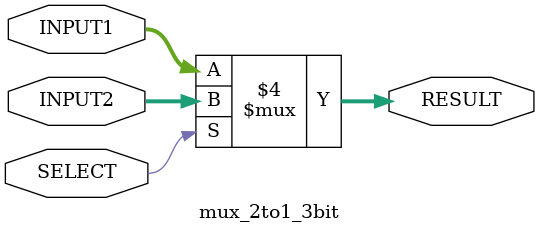
<source format=v>
`timescale 1ns/100ps

module mux_2to1_3bit (INPUT1, INPUT2, RESULT, SELECT);

    input [2:0] INPUT1, INPUT2;
    input SELECT;
    output reg [2:0] RESULT;

    always @ (*)
    begin
        if (SELECT == 1'b0)
            RESULT = INPUT1;
        else
            RESULT = INPUT2;
    end

endmodule
</source>
